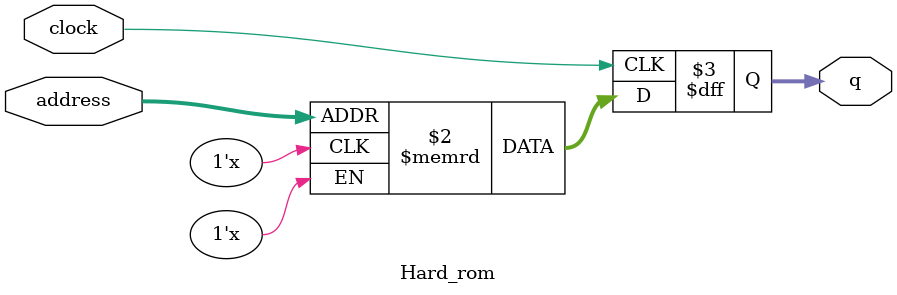
<source format=sv>
module Hard_rom (
	input logic clock,
	input logic [18:0] address,
	output logic [2:0] q
);

logic [2:0] memory [0:307199] /* synthesis ram_init_file = "./Hard/Hard.mif" */;

always_ff @ (posedge clock) begin
	q <= memory[address];
end

endmodule

</source>
